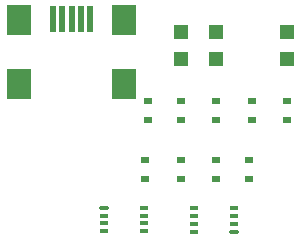
<source format=gtp>
%FSLAX25Y25*%
%MOIN*%
G70*
G01*
G75*
G04 Layer_Color=8421504*
%ADD10R,0.04500X0.04500*%
%ADD11R,0.01969X0.08858*%
%ADD12R,0.07874X0.09843*%
G04:AMPARAMS|DCode=13|XSize=31.5mil|YSize=11.81mil|CornerRadius=0mil|HoleSize=0mil|Usage=FLASHONLY|Rotation=180.000|XOffset=0mil|YOffset=0mil|HoleType=Round|Shape=Octagon|*
%AMOCTAGOND13*
4,1,8,-0.01575,0.00295,-0.01575,-0.00295,-0.01280,-0.00591,0.01280,-0.00591,0.01575,-0.00295,0.01575,0.00295,0.01280,0.00591,-0.01280,0.00591,-0.01575,0.00295,0.0*
%
%ADD13OCTAGOND13*%

%ADD14R,0.03150X0.01181*%
%ADD15R,0.03150X0.02362*%
%ADD16C,0.01000*%
%ADD17C,0.02000*%
%ADD18R,0.06250X0.06250*%
%ADD19R,0.15748X0.11811*%
%ADD20R,0.11811X0.15748*%
%ADD21R,0.03937X0.15748*%
%ADD22R,0.03937X0.11811*%
%ADD23R,0.06250X0.06250*%
%ADD24C,0.02500*%
%ADD25R,0.11024X0.09449*%
%ADD26R,0.03500X0.03100*%
G04:AMPARAMS|DCode=27|XSize=59.06mil|YSize=12.8mil|CornerRadius=0mil|HoleSize=0mil|Usage=FLASHONLY|Rotation=90.000|XOffset=0mil|YOffset=0mil|HoleType=Round|Shape=Octagon|*
%AMOCTAGOND27*
4,1,8,0.00320,0.02953,-0.00320,0.02953,-0.00640,0.02633,-0.00640,-0.02633,-0.00320,-0.02953,0.00320,-0.02953,0.00640,-0.02633,0.00640,0.02633,0.00320,0.02953,0.0*
%
%ADD27OCTAGOND27*%

%ADD28R,0.01280X0.05906*%
%ADD29R,0.02362X0.03150*%
%ADD30C,0.00600*%
%ADD31C,0.00750*%
D10*
X417323Y325366D02*
D03*
Y316366D02*
D03*
X381890Y325366D02*
D03*
Y316366D02*
D03*
X393701Y325366D02*
D03*
Y316366D02*
D03*
D11*
X351772Y329823D02*
D03*
X348622D02*
D03*
X345472D02*
D03*
X342323D02*
D03*
X339173D02*
D03*
D12*
X362992Y307992D02*
D03*
X327953D02*
D03*
Y329331D02*
D03*
X362992D02*
D03*
D13*
X399606Y258858D02*
D03*
X356299Y266732D02*
D03*
D14*
X399606Y261417D02*
D03*
Y263976D02*
D03*
Y266535D02*
D03*
X386221Y258858D02*
D03*
Y261417D02*
D03*
Y263976D02*
D03*
Y266535D02*
D03*
X356299Y264173D02*
D03*
Y261614D02*
D03*
Y259055D02*
D03*
X369685Y266732D02*
D03*
Y264173D02*
D03*
Y261614D02*
D03*
Y259055D02*
D03*
D15*
X417323Y302362D02*
D03*
Y296063D02*
D03*
X381890Y282677D02*
D03*
Y276378D02*
D03*
X370079Y282677D02*
D03*
Y276378D02*
D03*
X381890Y302362D02*
D03*
Y296063D02*
D03*
X393701Y302362D02*
D03*
Y296063D02*
D03*
X371063D02*
D03*
Y302362D02*
D03*
X405512D02*
D03*
Y296063D02*
D03*
X393701Y276378D02*
D03*
Y282677D02*
D03*
X404528Y276378D02*
D03*
Y282677D02*
D03*
M02*

</source>
